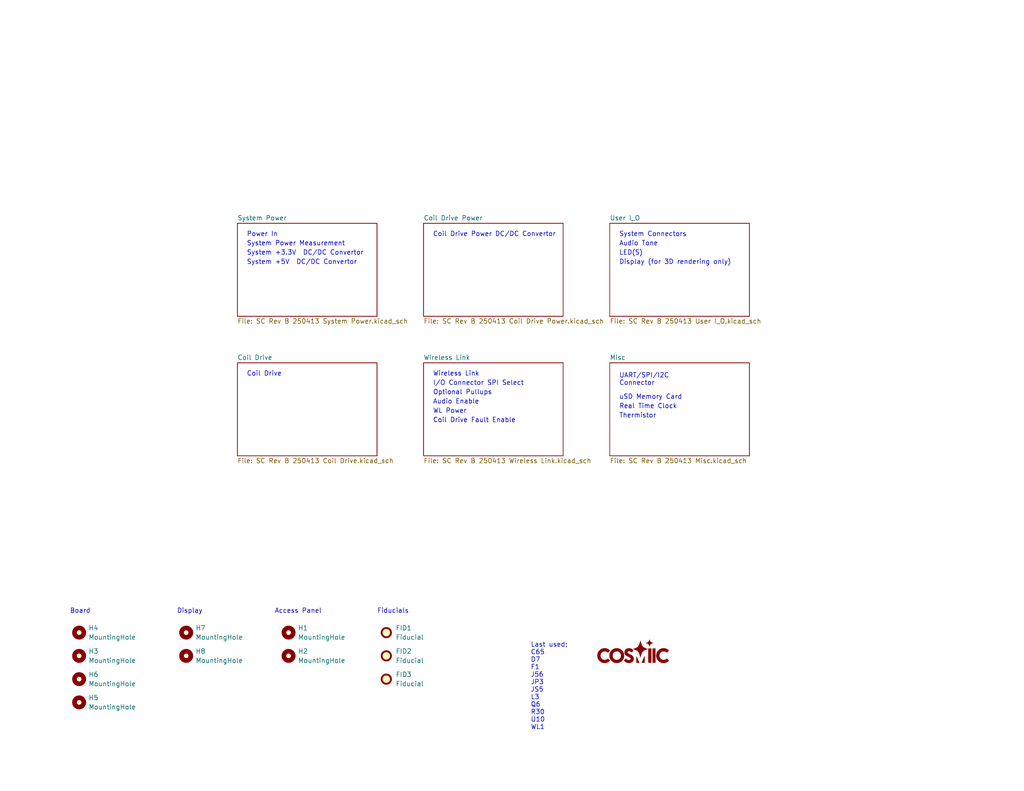
<source format=kicad_sch>
(kicad_sch (version 20231120) (generator "eeschema") (generator_version "8.0")
  (paper "A")
  (title_block (title "Smart Battery Charger - Root") (date "2025-04-14") (rev "A"))
  (lib_symbols
    (symbol "COSMiiC-1000:LOGO" (pin_names (offset 1.016))
      (symbol "LOGO_0_0"
        (polyline (pts (xy 5.7446 -3.1185) (xy 6.1148 -3.1115) (xy 6.1148 -1.1938) (xy 6.1148 0.7239) (xy 5.727 0.731) (xy 5.3393 0.738) (xy 5.3393 -1.1762) (xy 5.3393 -1.2) (xy 5.3396 -1.5064) (xy 5.3403 -1.7976) (xy 5.3413 -2.0698) (xy 5.3428 -2.3189) (xy 5.3445 -2.5411) (xy 5.3466 -2.7322) (xy 5.3489 -2.8885) (xy 5.3514 -3.0058) (xy 5.3541 -3.0802) (xy 5.3569 -3.1079) (xy 5.3638 -3.1104) (xy 5.4123 -3.1155) (xy 5.4983 -3.1187) (xy 5.6122 -3.1198) (xy 5.7446 -3.1185)) (stroke (width 0.01)) (fill (type outline)))
        (polyline (pts (xy 1.669 -3.0416) (xy 1.6443 -2.9839) (xy 1.5986 -2.8787) (xy 1.5412 -2.7473) (xy 1.475 -2.5963) (xy 1.4029 -2.4324) (xy 1.3278 -2.2621) (xy 1.2527 -2.0921) (xy 1.1804 -1.929) (xy 1.114 -1.7793) (xy 1.0562 -1.6498) (xy 1.0101 -1.5469) (xy 0.9785 -1.4774) (xy 0.9645 -1.4478) (xy 0.9613 -1.4495) (xy 0.9559 -1.4895) (xy 0.9512 -1.5737) (xy 0.9473 -1.6978) (xy 0.9443 -1.8576) (xy 0.9423 -2.0487) (xy 0.9415 -2.2669) (xy 0.9407 -3.1242) (xy 1.3224 -3.1242) (xy 1.7041 -3.1242) (xy 1.669 -3.0416)) (stroke (width 0.01)) (fill (type outline)))
        (polyline (pts (xy 3.1527 -2.2563) (xy 3.1525 -2.092) (xy 3.1518 -1.902) (xy 3.1506 -1.7341) (xy 3.1489 -1.5942) (xy 3.1469 -1.4879) (xy 3.1447 -1.4209) (xy 3.1422 -1.3991) (xy 3.136 -1.411) (xy 3.1116 -1.4636) (xy 3.0717 -1.5521) (xy 3.0189 -1.6703) (xy 2.9562 -1.8117) (xy 2.8862 -1.9701) (xy 2.8117 -2.1391) (xy 2.7356 -2.3123) (xy 2.6606 -2.4834) (xy 2.5895 -2.6462) (xy 2.5251 -2.7942) (xy 2.4701 -2.9211) (xy 2.4274 -3.0205) (xy 2.3998 -3.0862) (xy 2.39 -3.1118) (xy 2.3961 -3.114) (xy 2.4422 -3.118) (xy 2.526 -3.1212) (xy 2.6386 -3.1234) (xy 2.7713 -3.1242) (xy 3.1527 -3.1242) (xy 3.1527 -2.2563)) (stroke (width 0.01)) (fill (type outline)))
        (polyline (pts (xy 4.514 1.3657) (xy 4.541 1.4249) (xy 4.5725 1.5118) (xy 4.6146 1.6294) (xy 4.6905 1.7946) (xy 4.7784 1.9219) (xy 4.8861 2.0195) (xy 5.0215 2.0955) (xy 5.1922 2.1581) (xy 5.2051 2.1621) (xy 5.2985 2.1909) (xy 5.3737 2.2143) (xy 5.4156 2.2277) (xy 5.4192 2.2303) (xy 5.4017 2.2459) (xy 5.3467 2.2695) (xy 5.263 2.297) (xy 5.0836 2.3577) (xy 4.9255 2.4342) (xy 4.8025 2.5282) (xy 4.7066 2.6479) (xy 4.6295 2.8015) (xy 4.5629 2.9972) (xy 4.5073 3.1877) (xy 4.4413 2.9718) (xy 4.3981 2.8433) (xy 4.3259 2.6838) (xy 4.2382 2.56) (xy 4.1261 2.4628) (xy 3.9807 2.3833) (xy 3.7934 2.3125) (xy 3.7384 2.2936) (xy 3.6612 2.2632) (xy 3.6157 2.2396) (xy 3.6104 2.2268) (xy 3.6376 2.2179) (xy 3.7048 2.1964) (xy 3.7884 2.1702) (xy 3.8781 2.1403) (xy 4.0484 2.0663) (xy 4.1806 1.9764) (xy 4.2833 1.8618) (xy 4.3653 1.7139) (xy 4.4352 1.524) (xy 4.4538 1.4646) (xy 4.4774 1.3906) (xy 4.4919 1.3462) (xy 4.4959 1.3428) (xy 4.514 1.3657)) (stroke (width 0.01)) (fill (type outline)))
        (polyline (pts (xy 4.7574 -3.1238) (xy 4.8617 -3.1176) (xy 4.9392 -3.1076) (xy 4.9783 -3.0937) (xy 4.9824 -3.0841) (xy 4.988 -3.049) (xy 4.9928 -2.9867) (xy 4.9969 -2.8947) (xy 5.0002 -2.7701) (xy 5.003 -2.6106) (xy 5.0051 -2.4133) (xy 5.0067 -2.1758) (xy 5.0077 -1.8953) (xy 5.0083 -1.5692) (xy 5.0084 -1.195) (xy 5.0081 -0.9073) (xy 5.0073 -0.6168) (xy 5.006 -0.3447) (xy 5.0042 -0.095) (xy 5.0021 0.1282) (xy 4.9997 0.3209) (xy 4.9969 0.4791) (xy 4.9939 0.5986) (xy 4.9907 0.6755) (xy 4.9874 0.7056) (xy 4.9741 0.7156) (xy 4.9324 0.7254) (xy 4.858 0.731) (xy 4.745 0.7328) (xy 4.5873 0.731) (xy 4.2079 0.7239) (xy 4.2014 -1.1656) (xy 4.2013 -1.1752) (xy 4.2002 -1.5605) (xy 4.1998 -1.897) (xy 4.2001 -2.1871) (xy 4.2011 -2.4326) (xy 4.2029 -2.6358) (xy 4.2054 -2.7988) (xy 4.2087 -2.9235) (xy 4.2128 -3.0122) (xy 4.2177 -3.0668) (xy 4.2235 -3.0896) (xy 4.2422 -3.0992) (xy 4.3055 -3.1113) (xy 4.4003 -3.1199) (xy 4.515 -3.1249) (xy 4.638 -3.1262) (xy 4.7574 -3.1238)) (stroke (width 0.01)) (fill (type outline)))
        (polyline (pts (xy 2.1257 -1.2369) (xy 2.1262 -1.2351) (xy 2.2243 -0.9084) (xy 2.324 -0.6301) (xy 2.425 -0.4009) (xy 2.5269 -0.2218) (xy 2.5663 -0.1659) (xy 2.7098 -0.0037) (xy 2.8877 0.1416) (xy 3.104 0.2727) (xy 3.3628 0.392) (xy 3.6679 0.5022) (xy 3.9669 0.5987) (xy 3.6646 0.6944) (xy 3.6004 0.7151) (xy 3.3014 0.8273) (xy 3.0482 0.9511) (xy 2.8372 1.089) (xy 2.6646 1.243) (xy 2.5269 1.4157) (xy 2.5264 1.4165) (xy 2.4245 1.5959) (xy 2.3235 1.8253) (xy 2.2238 2.1038) (xy 2.1257 2.4308) (xy 2.0145 2.8321) (xy 1.9841 2.7178) (xy 1.9239 2.4961) (xy 1.8502 2.2395) (xy 1.7817 2.0225) (xy 1.7159 1.8393) (xy 1.6501 1.684) (xy 1.5819 1.5509) (xy 1.5087 1.4339) (xy 1.4281 1.3273) (xy 1.3374 1.2252) (xy 1.3321 1.2197) (xy 1.2356 1.124) (xy 1.1451 1.05) (xy 1.0428 0.9845) (xy 0.9107 0.9146) (xy 0.8327 0.8776) (xy 0.6795 0.8114) (xy 0.5163 0.7475) (xy 0.3675 0.6955) (xy 0.3625 0.6939) (xy 0.2514 0.6576) (xy 0.1616 0.6271) (xy 0.1022 0.6055) (xy 0.0822 0.596) (xy 0.0834 0.5953) (xy 0.1162 0.5831) (xy 0.1864 0.5586) (xy 0.2848 0.5251) (xy 0.4022 0.4858) (xy 0.4129 0.4823) (xy 0.6678 0.3899) (xy 0.8802 0.2964) (xy 1.0577 0.1976) (xy 1.2082 0.089) (xy 1.3396 -0.0336) (xy 1.4058 -0.1067) (xy 1.4887 -0.2114) (xy 1.5635 -0.3251) (xy 1.6327 -0.4536) (xy 1.699 -0.6029) (xy 1.7647 -0.7788) (xy 1.8324 -0.987) (xy 1.9047 -1.2334) (xy 1.9841 -1.524) (xy 2.0145 -1.6383) (xy 2.1257 -1.2369)) (stroke (width 0.01)) (fill (type outline)))
        (polyline (pts (xy -4.2702 -3.1834) (xy -4.0673 -3.1608) (xy -3.8908 -3.1236) (xy -3.7726 -3.0862) (xy -3.489 -2.9612) (xy -3.2292 -2.7954) (xy -2.9986 -2.5932) (xy -2.8025 -2.3591) (xy -2.6464 -2.0975) (xy -2.6074 -2.0152) (xy -2.5398 -1.8473) (xy -2.4938 -1.6834) (xy -2.4649 -1.5054) (xy -2.4487 -1.2954) (xy -2.4457 -1.1386) (xy -2.4709 -0.8321) (xy -2.5398 -0.5488) (xy -2.6542 -0.2847) (xy -2.8156 -0.0354) (xy -3.0257 0.2032) (xy -3.0487 0.226) (xy -3.2901 0.4317) (xy -3.544 0.5891) (xy -3.8142 0.6997) (xy -4.1045 0.7651) (xy -4.4188 0.787) (xy -4.5107 0.7852) (xy -4.8208 0.7488) (xy -5.1132 0.6685) (xy -5.3845 0.548) (xy -5.6315 0.3907) (xy -5.8509 0.2004) (xy -6.0396 -0.0193) (xy -6.1942 -0.2648) (xy -6.3115 -0.5325) (xy -6.3883 -0.8187) (xy -6.4214 -1.1199) (xy -6.417 -1.2192) (xy -5.6016 -1.2192) (xy -5.584 -0.9706) (xy -5.5258 -0.747) (xy -5.4251 -0.5458) (xy -5.2797 -0.3613) (xy -5.2725 -0.3537) (xy -5.0908 -0.1971) (xy -4.8904 -0.0867) (xy -4.6681 -0.0214) (xy -4.421 0.0001) (xy -4.2237 -0.0158) (xy -3.9965 -0.0767) (xy -3.791 -0.1798) (xy -3.6117 -0.3213) (xy -3.4633 -0.4974) (xy -3.3504 -0.7042) (xy -3.2776 -0.9381) (xy -3.2666 -1.0064) (xy -3.2578 -1.1701) (xy -3.2663 -1.3469) (xy -3.2907 -1.516) (xy -3.3295 -1.6567) (xy -3.3972 -1.8004) (xy -3.5237 -1.9832) (xy -3.6811 -2.1418) (xy -3.8601 -2.2674) (xy -4.0516 -2.3511) (xy -4.1143 -2.3677) (xy -4.2696 -2.3929) (xy -4.4358 -2.4031) (xy -4.5932 -2.3975) (xy -4.7224 -2.3754) (xy -4.8365 -2.338) (xy -5.0578 -2.2293) (xy -5.2451 -2.0848) (xy -5.3959 -1.908) (xy -5.5073 -1.7024) (xy -5.5768 -1.4716) (xy -5.6016 -1.2192) (xy -6.417 -1.2192) (xy -6.4074 -1.4324) (xy -6.3827 -1.5923) (xy -6.3067 -1.8796) (xy -6.1908 -2.1412) (xy -6.0313 -2.3842) (xy -5.8247 -2.6162) (xy -5.7598 -2.6783) (xy -5.5425 -2.8567) (xy -5.3168 -2.993) (xy -5.0708 -3.0935) (xy -4.7927 -3.1644) (xy -4.6753 -3.1811) (xy -4.4795 -3.1905) (xy -4.2702 -3.1834)) (stroke (width 0.01)) (fill (type outline)))
        (polyline (pts (xy -7.5463 -3.187) (xy -7.2443 -3.1356) (xy -6.9578 -3.0387) (xy -6.6914 -2.8977) (xy -6.4497 -2.7138) (xy -6.4155 -2.6829) (xy -6.362 -2.631) (xy -6.3382 -2.5961) (xy -6.3383 -2.5667) (xy -6.3564 -2.5313) (xy -6.3858 -2.4917) (xy -6.4404 -2.4282) (xy -6.511 -2.3509) (xy -6.5894 -2.2682) (xy -6.6671 -2.1889) (xy -6.736 -2.1216) (xy -6.7876 -2.0748) (xy -6.8137 -2.0574) (xy -6.8263 -2.0623) (xy -6.8708 -2.0911) (xy -6.9313 -2.1371) (xy -6.9987 -2.1866) (xy -7.1858 -2.2887) (xy -7.3948 -2.3624) (xy -7.6093 -2.4027) (xy -7.8133 -2.4049) (xy -7.8367 -2.4024) (xy -8.0837 -2.3514) (xy -8.3041 -2.2591) (xy -8.4946 -2.1288) (xy -8.6519 -1.964) (xy -8.7728 -1.7678) (xy -8.854 -1.5439) (xy -8.8922 -1.2954) (xy -8.8951 -1.2174) (xy -8.8764 -0.9618) (xy -8.8128 -0.7297) (xy -8.7039 -0.5203) (xy -8.5496 -0.333) (xy -8.4962 -0.2826) (xy -8.3113 -0.1477) (xy -8.1077 -0.0577) (xy -7.8815 -0.0111) (xy -7.6288 -0.0065) (xy -7.5473 -0.0134) (xy -7.3518 -0.0507) (xy -7.1708 -0.121) (xy -6.986 -0.2307) (xy -6.9851 -0.2312) (xy -6.9075 -0.2811) (xy -6.8435 -0.3166) (xy -6.8071 -0.3302) (xy -6.7909 -0.325) (xy -6.7593 -0.3027) (xy -6.7108 -0.2587) (xy -6.6412 -0.1891) (xy -6.5463 -0.0897) (xy -6.4218 0.0436) (xy -6.388 0.0815) (xy -6.3511 0.1362) (xy -6.344 0.1847) (xy -6.3698 0.2357) (xy -6.4312 0.2982) (xy -6.5313 0.3811) (xy -6.7088 0.5078) (xy -6.9245 0.6229) (xy -7.1709 0.7152) (xy -7.1957 0.7228) (xy -7.2788 0.7452) (xy -7.3607 0.7602) (xy -7.4545 0.7692) (xy -7.573 0.7736) (xy -7.7294 0.7747) (xy -7.7764 0.7747) (xy -7.9212 0.7728) (xy -8.0317 0.7673) (xy -8.121 0.7568) (xy -8.2019 0.7399) (xy -8.2876 0.7153) (xy -8.3491 0.6951) (xy -8.6508 0.5662) (xy -8.9197 0.399) (xy -9.1542 0.195) (xy -9.3529 -0.0442) (xy -9.514 -0.3172) (xy -9.6362 -0.6223) (xy -9.6574 -0.7015) (xy -9.6869 -0.8733) (xy -9.7045 -1.068) (xy -9.7095 -1.2684) (xy -9.7011 -1.4572) (xy -9.6786 -1.6174) (xy -9.608 -1.8743) (xy -9.4946 -2.1356) (xy -9.3404 -2.3763) (xy -9.1405 -2.6056) (xy -9.1238 -2.6223) (xy -8.8831 -2.8263) (xy -8.619 -2.9877) (xy -8.3362 -3.1041) (xy -8.0395 -3.1729) (xy -7.859 -3.1916) (xy -7.5463 -3.187)) (stroke (width 0.01)) (fill (type outline)))
        (polyline (pts (xy 8.5169 -3.1876) (xy 8.8197 -3.1368) (xy 9.1072 -3.0403) (xy 9.375 -2.8994) (xy 9.6184 -2.7153) (xy 9.6774 -2.6607) (xy 9.719 -2.6136) (xy 9.7325 -2.5786) (xy 9.7245 -2.5455) (xy 9.7218 -2.5404) (xy 9.69 -2.4975) (xy 9.6342 -2.4324) (xy 9.5627 -2.3537) (xy 9.4836 -2.2699) (xy 9.4053 -2.1898) (xy 9.336 -2.122) (xy 9.2839 -2.0749) (xy 9.2572 -2.0574) (xy 9.2442 -2.0621) (xy 9.1987 -2.0905) (xy 9.1375 -2.1361) (xy 9.0463 -2.2022) (xy 8.8386 -2.3116) (xy 8.618 -2.3794) (xy 8.3914 -2.4061) (xy 8.1658 -2.3926) (xy 7.9479 -2.3396) (xy 7.7447 -2.2478) (xy 7.5631 -2.118) (xy 7.4099 -1.9509) (xy 7.3786 -1.9069) (xy 7.2726 -1.7192) (xy 7.2071 -1.5203) (xy 7.1767 -1.2954) (xy 7.1737 -1.2156) (xy 7.1927 -0.9602) (xy 7.2565 -0.7284) (xy 7.3653 -0.52) (xy 7.5193 -0.3345) (xy 7.5742 -0.2831) (xy 7.7604 -0.1477) (xy 7.9638 -0.0575) (xy 8.1888 -0.011) (xy 8.4401 -0.0065) (xy 8.5215 -0.0134) (xy 8.717 -0.0507) (xy 8.8981 -0.121) (xy 9.0829 -0.2307) (xy 9.0837 -0.2312) (xy 9.1614 -0.2811) (xy 9.2253 -0.3166) (xy 9.2617 -0.3302) (xy 9.2725 -0.3269) (xy 9.3214 -0.291) (xy 9.402 -0.2154) (xy 9.5142 -0.1002) (xy 9.6582 0.0547) (xy 9.6824 0.0824) (xy 9.7185 0.1382) (xy 9.7242 0.1887) (xy 9.6963 0.242) (xy 9.6316 0.3062) (xy 9.527 0.3893) (xy 9.4305 0.4597) (xy 9.2645 0.564) (xy 9.0944 0.6453) (xy 8.8982 0.7151) (xy 8.8884 0.7182) (xy 8.8015 0.7425) (xy 8.718 0.7588) (xy 8.6243 0.7687) (xy 8.5069 0.7735) (xy 8.3522 0.7747) (xy 8.2106 0.7731) (xy 8.0347 0.763) (xy 7.8835 0.7408) (xy 7.7416 0.7029) (xy 7.5936 0.6459) (xy 7.4242 0.5665) (xy 7.3272 0.5163) (xy 7.2324 0.4596) (xy 7.1455 0.3955) (xy 7.0526 0.3139) (xy 6.94 0.2043) (xy 6.9266 0.1908) (xy 6.7262 -0.0376) (xy 6.5731 -0.2725) (xy 6.4639 -0.5215) (xy 6.3951 -0.7922) (xy 6.3634 -1.0922) (xy 6.3609 -1.2669) (xy 6.387 -1.5754) (xy 6.4551 -1.8588) (xy 6.5668 -2.1217) (xy 6.724 -2.3689) (xy 6.9284 -2.605) (xy 6.9457 -2.6223) (xy 7.1855 -2.8263) (xy 7.4491 -2.9877) (xy 7.732 -3.104) (xy 8.0294 -3.1729) (xy 8.2034 -3.1913) (xy 8.5169 -3.1876)) (stroke (width 0.01)) (fill (type outline)))
        (polyline (pts (xy -0.9611 -3.1767) (xy -0.7752 -3.1496) (xy -0.6102 -3.1087) (xy -0.4592 -3.0505) (xy -0.2548 -2.9317) (xy -0.0879 -2.78) (xy 0.0395 -2.5977) (xy 0.1257 -2.3871) (xy 0.1689 -2.1503) (xy 0.1712 -2.1188) (xy 0.1631 -1.8805) (xy 0.1094 -1.6613) (xy 0.011 -1.4641) (xy -0.131 -1.2916) (xy -0.1339 -1.2888) (xy -0.2158 -1.2165) (xy -0.312 -1.1457) (xy -0.4292 -1.0725) (xy -0.574 -0.9931) (xy -0.7531 -0.9037) (xy -0.9731 -0.8002) (xy -1.0855 -0.7473) (xy -1.2415 -0.6678) (xy -1.3576 -0.5973) (xy -1.4388 -0.5314) (xy -1.4905 -0.4656) (xy -1.5176 -0.3954) (xy -1.5256 -0.3161) (xy -1.525 -0.2895) (xy -1.5019 -0.1652) (xy -1.4417 -0.0719) (xy -1.3403 -0.0026) (xy -1.2478 0.0323) (xy -1.0812 0.0535) (xy -0.9047 0.0284) (xy -0.723 -0.042) (xy -0.5408 -0.1568) (xy -0.4542 -0.2177) (xy -0.3791 -0.2586) (xy -0.3344 -0.2665) (xy -0.3277 -0.2633) (xy -0.2837 -0.2267) (xy -0.2222 -0.1613) (xy -0.1517 -0.0781) (xy -0.0811 0.0121) (xy -0.0188 0.0982) (xy 0.0264 0.1693) (xy 0.0459 0.2144) (xy 0.036 0.257) (xy -0.0136 0.3256) (xy -0.0999 0.4073) (xy -0.2176 0.4975) (xy -0.3616 0.5914) (xy -0.3737 0.5986) (xy -0.5216 0.6768) (xy -0.667 0.7298) (xy -0.8275 0.7626) (xy -1.0203 0.7804) (xy -1.2269 0.78) (xy -1.4756 0.7439) (xy -1.6979 0.6697) (xy -1.8906 0.5596) (xy -2.0508 0.4159) (xy -2.1754 0.241) (xy -2.2615 0.0369) (xy -2.306 -0.1939) (xy -2.3098 -0.2813) (xy -2.297 -0.4568) (xy -2.2613 -0.6285) (xy -2.2066 -0.774) (xy -2.1414 -0.8867) (xy -2.0611 -0.9904) (xy -1.9608 -1.0875) (xy -1.8349 -1.1825) (xy -1.6776 -1.2796) (xy -1.4832 -1.3832) (xy -1.2459 -1.4975) (xy -1.1523 -1.5416) (xy -1.0212 -1.6057) (xy -0.9071 -1.664) (xy -0.8198 -1.7116) (xy -0.7691 -1.7433) (xy -0.7402 -1.7673) (xy -0.658 -1.8699) (xy -0.6151 -1.9861) (xy -0.6107 -2.106) (xy -0.6441 -2.2194) (xy -0.7143 -2.3163) (xy -0.8207 -2.3868) (xy -1.0137 -2.4447) (xy -1.2105 -2.4533) (xy -1.4073 -2.4122) (xy -1.6016 -2.3222) (xy -1.791 -2.1836) (xy -1.8007 -2.1752) (xy -1.8762 -2.1155) (xy -1.941 -2.0733) (xy -1.9819 -2.0574) (xy -2.0038 -2.0658) (xy -2.0559 -2.107) (xy -2.123 -2.1735) (xy -2.1967 -2.2555) (xy -2.2687 -2.3431) (xy -2.3305 -2.4263) (xy -2.3737 -2.4951) (xy -2.39 -2.5397) (xy -2.3878 -2.5542) (xy -2.3557 -2.6141) (xy -2.2921 -2.6905) (xy -2.2055 -2.7754) (xy -2.1045 -2.8608) (xy -1.9979 -2.9388) (xy -1.8941 -3.0011) (xy -1.8762 -3.0104) (xy -1.7103 -3.0862) (xy -1.5472 -3.1385) (xy -1.3603 -3.1761) (xy -1.3142 -3.1821) (xy -1.1476 -3.1882) (xy -0.9611 -3.1767)) (stroke (width 0.01)) (fill (type outline)))
      )
    )
    (symbol "Mechanical:Fiducial"
      (property "Reference" "FID" (at 0 5.08 0))
      (property "Value" "Fiducial" (at 0 3.175 0))
      (symbol "Fiducial_0_1"
        (circle (center 0 0) (radius 1.27) (stroke (width 0.508)) (fill (type background)))
      )
    )
    (symbol "Mechanical:MountingHole" (pin_names (offset 1.016))
      (property "Reference" "H" (at 0 5.08 0))
      (property "Value" "MountingHole" (at 0 3.175 0))
      (symbol "MountingHole_0_1"
        (circle (center 0 0) (radius 1.27) (stroke (width 1.27)))
      )
    )
  )
  (text "Thermistor" (at 168.91 114.3 0) (effects (font (size 1.27 1.27)) (justify left bottom)))
  (text "Last used;\nC65\nD7\nF1\nJ56\nJP3\nJS5\nL3\nQ6\nR30\nU10\nWL1" (at 144.78 199.39 0) (effects (font (size 1.27 1.27)) (justify left bottom)))
  (text "Audio Tone" (at 168.91 67.31 0) (effects (font (size 1.27 1.27)) (justify left bottom)))
  (text "Optional Pullups" (at 118.11 107.95 0) (effects (font (size 1.27 1.27)) (justify left bottom)))
  (text "Wireless Link" (at 118.11 102.87 0) (effects (font (size 1.27 1.27)) (justify left bottom)))
  (text "Power In" (at 67.31 64.77 0) (effects (font (size 1.27 1.27)) (justify left bottom)))
  (text "uSD Memory Card" (at 168.91 109.22 0) (effects (font (size 1.27 1.27)) (justify left bottom)))
  (text "Display (for 3D rendering only)" (at 168.91 72.39 0) (effects (font (size 1.27 1.27)) (justify left bottom)))
  (text "Board" (at 19.05 167.64 0) (effects (font (size 1.27 1.27)) (justify left bottom)))
  (text "LED(S)" (at 168.91 69.85 0) (effects (font (size 1.27 1.27)) (justify left bottom)))
  (text "Coil Drive Fault Enable" (at 118.11 115.57 0) (effects (font (size 1.27 1.27)) (justify left bottom)))
  (text "Display" (at 48.26 167.64 0) (effects (font (size 1.27 1.27)) (justify left bottom)))
  (text "Real Time Clock" (at 168.91 111.76 0) (effects (font (size 1.27 1.27)) (justify left bottom)))
  (text "System Connectors" (at 168.91 64.77 0) (effects (font (size 1.27 1.27)) (justify left bottom)))
  (text "System +5V  DC/DC Convertor" (at 67.31 72.39 0) (effects (font (size 1.27 1.27)) (justify left bottom)))
  (text "Coil Drive" (at 67.31 102.87 0) (effects (font (size 1.27 1.27)) (justify left bottom)))
  (text "Access Panel" (at 74.93 167.64 0) (effects (font (size 1.27 1.27)) (justify left bottom)))
  (text "System +3.3V  DC/DC Convertor" (at 67.31 69.85 0) (effects (font (size 1.27 1.27)) (justify left bottom)))
  (text "I/O Connector SPI Select" (at 118.11 105.41 0) (effects (font (size 1.27 1.27)) (justify left bottom)))
  (text "Audio Enable" (at 118.11 110.49 0) (effects (font (size 1.27 1.27)) (justify left bottom)))
  (text "Fiducials" (at 102.87 167.64 0) (effects (font (size 1.27 1.27)) (justify left bottom)))
  (text "System Power Measurement" (at 67.31 67.31 0) (effects (font (size 1.27 1.27)) (justify left bottom)))
  (text "Coil Drive Power DC/DC Convertor" (at 118.11 64.77 0) (effects (font (size 1.27 1.27)) (justify left bottom)))
  (text "UART/SPI/I2C\nConnector" (at 168.91 105.41 0) (effects (font (size 1.27 1.27)) (justify left bottom)))
  (text "WL Power" (at 118.11 113.03 0) (effects (font (size 1.27 1.27)) (justify left bottom)))
  (symbol (lib_id "Mechanical:MountingHole") (at 21.59 185.42 0) (unit 1)
    (property "Reference" "H6" (at 24.13 184.15 0) (effects (justify left)))
    (property "Value" "MountingHole" (at 24.13 186.69 0) (effects (justify left)))
    (property "Footprint" "MountingHole:MountingHole_3.2mm_M3_ISO7380" (effects (hide yes)))
  )
  (symbol (lib_id "Mechanical:Fiducial") (at 105.41 185.42 0) (unit 1)
    (property "Reference" "FID3" (at 107.95 184.15 0) (effects (justify left)))
    (property "Value" "Fiducial" (at 107.95 186.69 0) (effects (justify left)))
    (property "Footprint" "Fiducial:Fiducial_1.5mm_Mask3mm" (effects (hide yes)))
  )
  (symbol (lib_id "Mechanical:MountingHole") (at 21.59 191.77 0) (unit 1)
    (property "Reference" "H5" (at 24.13 190.5 0) (effects (justify left)))
    (property "Value" "MountingHole" (at 24.13 193.04 0) (effects (justify left)))
    (property "Footprint" "MountingHole:MountingHole_3.2mm_M3_ISO7380" (effects (hide yes)))
  )
  (symbol (lib_id "Mechanical:MountingHole") (at 21.59 179.07 0) (unit 1)
    (property "Reference" "H3" (at 24.13 177.8 0) (effects (justify left)))
    (property "Value" "MountingHole" (at 24.13 180.34 0) (effects (justify left)))
    (property "Footprint" "MountingHole:MountingHole_3.2mm_M3_ISO7380" (effects (hide yes)))
  )
  (symbol (lib_id "Mechanical:MountingHole") (at 50.8 172.72 0) (unit 1)
    (property "Reference" "H7" (at 53.34 171.45 0) (effects (justify left)))
    (property "Value" "MountingHole" (at 53.34 173.99 0) (effects (justify left)))
    (property "Footprint" "MountingHole:MountingHole_3.7mm" (effects (hide yes)))
  )
  (symbol (lib_id "Mechanical:Fiducial") (at 105.41 179.07 0) (unit 1)
    (property "Reference" "FID2" (at 107.95 177.8 0) (effects (justify left)))
    (property "Value" "Fiducial" (at 107.95 180.34 0) (effects (justify left)))
    (property "Footprint" "Fiducial:Fiducial_1.5mm_Mask3mm" (effects (hide yes)))
  )
  (symbol (lib_id "Mechanical:MountingHole") (at 78.74 179.07 0) (unit 1)
    (property "Reference" "H2" (at 81.28 177.8 0) (effects (justify left)))
    (property "Value" "MountingHole" (at 81.28 180.34 0) (effects (justify left)))
    (property "Footprint" "MountingHole:MountingHole_3.2mm_M3_ISO7380" (effects (hide yes)))
  )
  (symbol (lib_id "Mechanical:Fiducial") (at 105.41 172.72 0) (unit 1)
    (property "Reference" "FID1" (at 107.95 171.45 0) (effects (justify left)))
    (property "Value" "Fiducial" (at 107.95 173.99 0) (effects (justify left)))
    (property "Footprint" "Fiducial:Fiducial_1.5mm_Mask3mm" (effects (hide yes)))
  )
  (symbol (lib_id "Mechanical:MountingHole") (at 78.74 172.72 0) (unit 1)
    (property "Reference" "H1" (at 81.28 171.45 0) (effects (justify left)))
    (property "Value" "MountingHole" (at 81.28 173.99 0) (effects (justify left)))
    (property "Footprint" "MountingHole:MountingHole_3.2mm_M3_ISO7380" (effects (hide yes)))
  )
  (symbol (lib_id "Mechanical:MountingHole") (at 50.8 179.07 0) (unit 1)
    (property "Reference" "H8" (at 53.34 177.8 0) (effects (justify left)))
    (property "Value" "MountingHole" (at 53.34 180.34 0) (effects (justify left)))
    (property "Footprint" "MountingHole:MountingHole_3.7mm" (effects (hide yes)))
  )
  (symbol (lib_id "COSMiiC-1000:LOGO") (at 172.72 177.8 0) (unit 1)
    (property "Reference" "#G4" (effects (hide yes)))
    (property "Value" "LOGO" (effects (hide yes)))
  )
  (symbol (lib_id "Mechanical:MountingHole") (at 21.59 172.72 0) (unit 1)
    (property "Reference" "H4" (at 24.13 171.45 0) (effects (justify left)))
    (property "Value" "MountingHole" (at 24.13 173.99 0) (effects (justify left)))
    (property "Footprint" "MountingHole:MountingHole_3.2mm_M3_ISO7380" (effects (hide yes)))
  )
  (sheet (at 64.77 60.96) (size 38.1 25.4) (stroke (width 0.1524))
    (property "Sheetname" "System Power" (at 64.77 60.2484 0) (effects (justify left bottom)))
    (property "Sheetfile" "SC Rev B 250413 System Power.kicad_sch" (at 64.77 86.9446 0) (effects (justify left top)))
  )
  (sheet (at 115.57 60.96) (size 38.1 25.4) (stroke (width 0.1524))
    (property "Sheetname" "Coil Drive Power" (at 115.57 60.2484 0) (effects (justify left bottom)))
    (property "Sheetfile" "SC Rev B 250413 Coil Drive Power.kicad_sch" (at 115.57 86.9446 0) (effects (justify left top)))
  )
  (sheet (at 115.57 99.06) (size 38.1 25.4) (stroke (width 0.1524))
    (property "Sheetname" "Wireless Link" (at 115.57 98.3484 0) (effects (justify left bottom)))
    (property "Sheetfile" "SC Rev B 250413 Wireless Link.kicad_sch" (at 115.57 125.0446 0) (effects (justify left top)))
  )
  (sheet (at 166.37 60.96) (size 38.1 25.4) (stroke (width 0.1524))
    (property "Sheetname" "User I_O" (at 166.37 60.2484 0) (effects (justify left bottom)))
    (property "Sheetfile" "SC Rev B 250413 User I_O.kicad_sch" (at 166.37 86.9446 0) (effects (justify left top)))
  )
  (sheet (at 166.37 99.06) (size 38.1 25.4) (stroke (width 0.1524))
    (property "Sheetname" "Misc" (at 166.37 98.3484 0) (effects (justify left bottom)))
    (property "Sheetfile" "SC Rev B 250413 Misc.kicad_sch" (at 166.37 125.0446 0) (effects (justify left top)))
  )
  (sheet (at 64.77 99.06) (size 38.1 25.4) (stroke (width 0.1524))
    (property "Sheetname" "Coil Drive" (at 64.77 98.3484 0) (effects (justify left bottom)))
    (property "Sheetfile" "SC Rev B 250413 Coil Drive.kicad_sch" (at 64.77 125.0446 0) (effects (justify left top)))
  )
)
</source>
